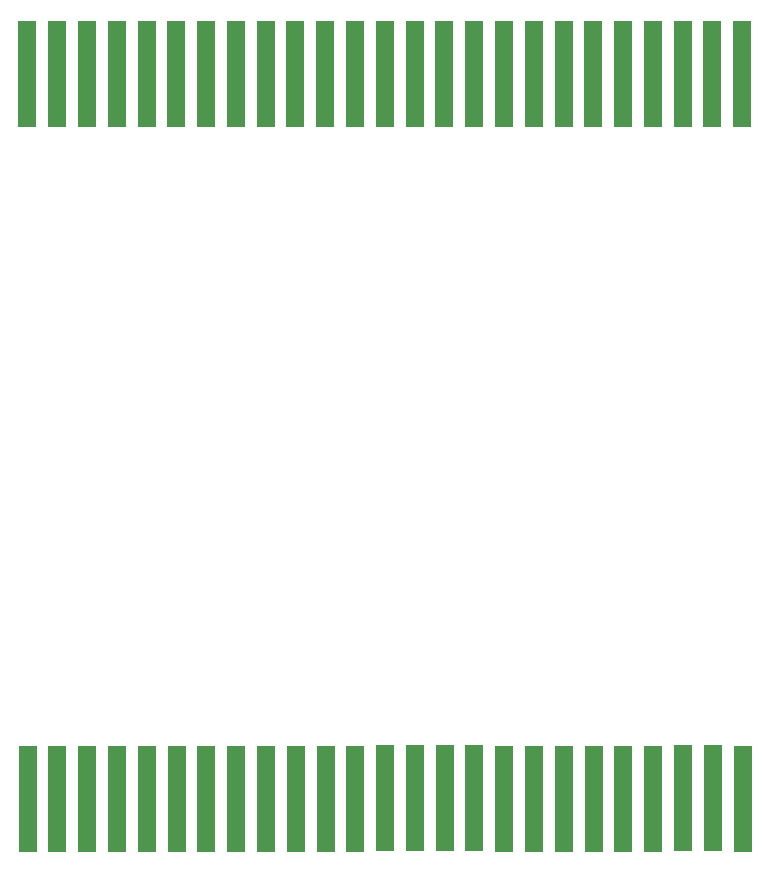
<source format=gbr>
%TF.GenerationSoftware,KiCad,Pcbnew,(6.0.2)*%
%TF.CreationDate,2022-10-21T17:36:17-05:00*%
%TF.ProjectId,REF1329_Optimized,52454631-3332-4395-9f4f-7074696d697a,rev?*%
%TF.SameCoordinates,Original*%
%TF.FileFunction,Paste,Bot*%
%TF.FilePolarity,Positive*%
%FSLAX46Y46*%
G04 Gerber Fmt 4.6, Leading zero omitted, Abs format (unit mm)*
G04 Created by KiCad (PCBNEW (6.0.2)) date 2022-10-21 17:36:17*
%MOMM*%
%LPD*%
G01*
G04 APERTURE LIST*
%ADD10R,1.530000X9.000000*%
G04 APERTURE END LIST*
D10*
%TO.C,J5*%
X119067000Y-130450000D03*
X121585000Y-130464000D03*
X124110000Y-130452000D03*
X126637000Y-130446000D03*
X129156000Y-130460000D03*
X131675000Y-130446000D03*
X134198000Y-130435000D03*
X136717000Y-130421000D03*
X139236000Y-130449000D03*
X141764000Y-130449000D03*
X144289000Y-130440000D03*
X146810000Y-130432000D03*
X149334000Y-130416000D03*
X151854000Y-130389000D03*
X154374000Y-130401000D03*
X156893000Y-130387000D03*
X159411000Y-130453000D03*
X161935000Y-130447000D03*
X164461000Y-130437000D03*
X166979000Y-130433000D03*
X169499000Y-130418000D03*
X172018000Y-130418000D03*
X174548000Y-130402000D03*
X177074000Y-130401000D03*
X179593000Y-130460000D03*
%TD*%
%TO.C,J3*%
X119042000Y-69099000D03*
X121560000Y-69113000D03*
X124085000Y-69101000D03*
X126612000Y-69095000D03*
X129131000Y-69109000D03*
X131650000Y-69095000D03*
X134173000Y-69084000D03*
X136692000Y-69070000D03*
X139211000Y-69098000D03*
X141739000Y-69098000D03*
X144264000Y-69089000D03*
X146785000Y-69081000D03*
X149309000Y-69065000D03*
X151829000Y-69038000D03*
X154349000Y-69050000D03*
X156868000Y-69036000D03*
X159386000Y-69102000D03*
X161910000Y-69096000D03*
X164436000Y-69086000D03*
X166954000Y-69082000D03*
X169474000Y-69067000D03*
X171993000Y-69067000D03*
X174523000Y-69051000D03*
X177049000Y-69050000D03*
X179568000Y-69109000D03*
%TD*%
M02*

</source>
